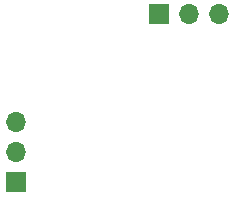
<source format=gbs>
%TF.GenerationSoftware,KiCad,Pcbnew,6.0.4-6f826c9f35~116~ubuntu20.04.1*%
%TF.CreationDate,2022-04-29T19:57:12-06:00*%
%TF.ProjectId,heart,68656172-742e-46b6-9963-61645f706362,rev?*%
%TF.SameCoordinates,Original*%
%TF.FileFunction,Soldermask,Bot*%
%TF.FilePolarity,Negative*%
%FSLAX46Y46*%
G04 Gerber Fmt 4.6, Leading zero omitted, Abs format (unit mm)*
G04 Created by KiCad (PCBNEW 6.0.4-6f826c9f35~116~ubuntu20.04.1) date 2022-04-29 19:57:12*
%MOMM*%
%LPD*%
G01*
G04 APERTURE LIST*
%ADD10R,1.700000X1.700000*%
%ADD11O,1.700000X1.700000*%
G04 APERTURE END LIST*
D10*
%TO.C,J2*%
X51575000Y-86300000D03*
D11*
X54115000Y-86300000D03*
X56655000Y-86300000D03*
%TD*%
D10*
%TO.C,J1*%
X39400000Y-100515000D03*
D11*
X39400000Y-97975000D03*
X39400000Y-95435000D03*
%TD*%
M02*

</source>
